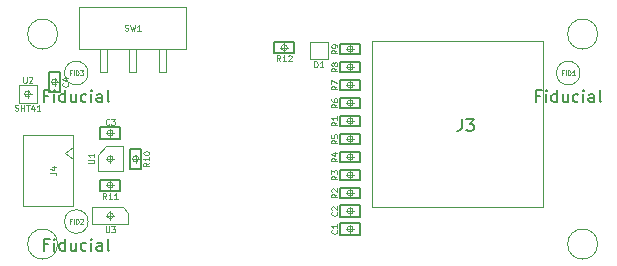
<source format=gbr>
%TF.GenerationSoftware,KiCad,Pcbnew,7.0.11*%
%TF.CreationDate,2024-03-28T16:15:39-04:00*%
%TF.ProjectId,weather-featherwing,77656174-6865-4722-9d66-656174686572,03*%
%TF.SameCoordinates,Original*%
%TF.FileFunction,AssemblyDrawing,Top*%
%FSLAX46Y46*%
G04 Gerber Fmt 4.6, Leading zero omitted, Abs format (unit mm)*
G04 Created by KiCad (PCBNEW 7.0.11) date 2024-03-28 16:15:39*
%MOMM*%
%LPD*%
G01*
G04 APERTURE LIST*
%ADD10C,0.050000*%
%ADD11C,0.150000*%
%ADD12C,0.060000*%
%ADD13C,0.100000*%
%ADD14C,0.120000*%
G04 APERTURE END LIST*
D10*
X141795209Y-108033333D02*
X141557114Y-108199999D01*
X141795209Y-108319047D02*
X141295209Y-108319047D01*
X141295209Y-108319047D02*
X141295209Y-108128571D01*
X141295209Y-108128571D02*
X141319019Y-108080952D01*
X141319019Y-108080952D02*
X141342828Y-108057142D01*
X141342828Y-108057142D02*
X141390447Y-108033333D01*
X141390447Y-108033333D02*
X141461876Y-108033333D01*
X141461876Y-108033333D02*
X141509495Y-108057142D01*
X141509495Y-108057142D02*
X141533304Y-108080952D01*
X141533304Y-108080952D02*
X141557114Y-108128571D01*
X141557114Y-108128571D02*
X141557114Y-108319047D01*
X141295209Y-107580952D02*
X141295209Y-107819047D01*
X141295209Y-107819047D02*
X141533304Y-107842856D01*
X141533304Y-107842856D02*
X141509495Y-107819047D01*
X141509495Y-107819047D02*
X141485685Y-107771428D01*
X141485685Y-107771428D02*
X141485685Y-107652380D01*
X141485685Y-107652380D02*
X141509495Y-107604761D01*
X141509495Y-107604761D02*
X141533304Y-107580952D01*
X141533304Y-107580952D02*
X141580923Y-107557142D01*
X141580923Y-107557142D02*
X141699971Y-107557142D01*
X141699971Y-107557142D02*
X141747590Y-107580952D01*
X141747590Y-107580952D02*
X141771400Y-107604761D01*
X141771400Y-107604761D02*
X141795209Y-107652380D01*
X141795209Y-107652380D02*
X141795209Y-107771428D01*
X141795209Y-107771428D02*
X141771400Y-107819047D01*
X141771400Y-107819047D02*
X141747590Y-107842856D01*
X114498572Y-105526400D02*
X114570000Y-105550209D01*
X114570000Y-105550209D02*
X114689048Y-105550209D01*
X114689048Y-105550209D02*
X114736667Y-105526400D01*
X114736667Y-105526400D02*
X114760476Y-105502590D01*
X114760476Y-105502590D02*
X114784286Y-105454971D01*
X114784286Y-105454971D02*
X114784286Y-105407352D01*
X114784286Y-105407352D02*
X114760476Y-105359733D01*
X114760476Y-105359733D02*
X114736667Y-105335923D01*
X114736667Y-105335923D02*
X114689048Y-105312114D01*
X114689048Y-105312114D02*
X114593810Y-105288304D01*
X114593810Y-105288304D02*
X114546191Y-105264495D01*
X114546191Y-105264495D02*
X114522381Y-105240685D01*
X114522381Y-105240685D02*
X114498572Y-105193066D01*
X114498572Y-105193066D02*
X114498572Y-105145447D01*
X114498572Y-105145447D02*
X114522381Y-105097828D01*
X114522381Y-105097828D02*
X114546191Y-105074019D01*
X114546191Y-105074019D02*
X114593810Y-105050209D01*
X114593810Y-105050209D02*
X114712857Y-105050209D01*
X114712857Y-105050209D02*
X114784286Y-105074019D01*
X114998571Y-105550209D02*
X114998571Y-105050209D01*
X114998571Y-105288304D02*
X115284285Y-105288304D01*
X115284285Y-105550209D02*
X115284285Y-105050209D01*
X115450953Y-105050209D02*
X115736667Y-105050209D01*
X115593810Y-105550209D02*
X115593810Y-105050209D01*
X116117619Y-105216876D02*
X116117619Y-105550209D01*
X115998571Y-105026400D02*
X115879524Y-105383542D01*
X115879524Y-105383542D02*
X116189047Y-105383542D01*
X116641428Y-105550209D02*
X116355714Y-105550209D01*
X116498571Y-105550209D02*
X116498571Y-105050209D01*
X116498571Y-105050209D02*
X116450952Y-105121638D01*
X116450952Y-105121638D02*
X116403333Y-105169257D01*
X116403333Y-105169257D02*
X116355714Y-105193066D01*
X115189047Y-102687209D02*
X115189047Y-103091971D01*
X115189047Y-103091971D02*
X115212857Y-103139590D01*
X115212857Y-103139590D02*
X115236666Y-103163400D01*
X115236666Y-103163400D02*
X115284285Y-103187209D01*
X115284285Y-103187209D02*
X115379523Y-103187209D01*
X115379523Y-103187209D02*
X115427142Y-103163400D01*
X115427142Y-103163400D02*
X115450952Y-103139590D01*
X115450952Y-103139590D02*
X115474761Y-103091971D01*
X115474761Y-103091971D02*
X115474761Y-102687209D01*
X115689048Y-102734828D02*
X115712857Y-102711019D01*
X115712857Y-102711019D02*
X115760476Y-102687209D01*
X115760476Y-102687209D02*
X115879524Y-102687209D01*
X115879524Y-102687209D02*
X115927143Y-102711019D01*
X115927143Y-102711019D02*
X115950952Y-102734828D01*
X115950952Y-102734828D02*
X115974762Y-102782447D01*
X115974762Y-102782447D02*
X115974762Y-102830066D01*
X115974762Y-102830066D02*
X115950952Y-102901495D01*
X115950952Y-102901495D02*
X115665238Y-103187209D01*
X115665238Y-103187209D02*
X115974762Y-103187209D01*
X122174047Y-115337209D02*
X122174047Y-115741971D01*
X122174047Y-115741971D02*
X122197857Y-115789590D01*
X122197857Y-115789590D02*
X122221666Y-115813400D01*
X122221666Y-115813400D02*
X122269285Y-115837209D01*
X122269285Y-115837209D02*
X122364523Y-115837209D01*
X122364523Y-115837209D02*
X122412142Y-115813400D01*
X122412142Y-115813400D02*
X122435952Y-115789590D01*
X122435952Y-115789590D02*
X122459761Y-115741971D01*
X122459761Y-115741971D02*
X122459761Y-115337209D01*
X122650238Y-115337209D02*
X122959762Y-115337209D01*
X122959762Y-115337209D02*
X122793095Y-115527685D01*
X122793095Y-115527685D02*
X122864524Y-115527685D01*
X122864524Y-115527685D02*
X122912143Y-115551495D01*
X122912143Y-115551495D02*
X122935952Y-115575304D01*
X122935952Y-115575304D02*
X122959762Y-115622923D01*
X122959762Y-115622923D02*
X122959762Y-115741971D01*
X122959762Y-115741971D02*
X122935952Y-115789590D01*
X122935952Y-115789590D02*
X122912143Y-115813400D01*
X122912143Y-115813400D02*
X122864524Y-115837209D01*
X122864524Y-115837209D02*
X122721667Y-115837209D01*
X122721667Y-115837209D02*
X122674048Y-115813400D01*
X122674048Y-115813400D02*
X122650238Y-115789590D01*
X139838952Y-101867209D02*
X139838952Y-101367209D01*
X139838952Y-101367209D02*
X139958000Y-101367209D01*
X139958000Y-101367209D02*
X140029428Y-101391019D01*
X140029428Y-101391019D02*
X140077047Y-101438638D01*
X140077047Y-101438638D02*
X140100857Y-101486257D01*
X140100857Y-101486257D02*
X140124666Y-101581495D01*
X140124666Y-101581495D02*
X140124666Y-101652923D01*
X140124666Y-101652923D02*
X140100857Y-101748161D01*
X140100857Y-101748161D02*
X140077047Y-101795780D01*
X140077047Y-101795780D02*
X140029428Y-101843400D01*
X140029428Y-101843400D02*
X139958000Y-101867209D01*
X139958000Y-101867209D02*
X139838952Y-101867209D01*
X140600857Y-101867209D02*
X140315143Y-101867209D01*
X140458000Y-101867209D02*
X140458000Y-101367209D01*
X140458000Y-101367209D02*
X140410381Y-101438638D01*
X140410381Y-101438638D02*
X140362762Y-101486257D01*
X140362762Y-101486257D02*
X140315143Y-101510066D01*
D11*
X152320666Y-106261819D02*
X152320666Y-106976104D01*
X152320666Y-106976104D02*
X152273047Y-107118961D01*
X152273047Y-107118961D02*
X152177809Y-107214200D01*
X152177809Y-107214200D02*
X152034952Y-107261819D01*
X152034952Y-107261819D02*
X151939714Y-107261819D01*
X152701619Y-106261819D02*
X153320666Y-106261819D01*
X153320666Y-106261819D02*
X152987333Y-106642771D01*
X152987333Y-106642771D02*
X153130190Y-106642771D01*
X153130190Y-106642771D02*
X153225428Y-106690390D01*
X153225428Y-106690390D02*
X153273047Y-106738009D01*
X153273047Y-106738009D02*
X153320666Y-106833247D01*
X153320666Y-106833247D02*
X153320666Y-107071342D01*
X153320666Y-107071342D02*
X153273047Y-107166580D01*
X153273047Y-107166580D02*
X153225428Y-107214200D01*
X153225428Y-107214200D02*
X153130190Y-107261819D01*
X153130190Y-107261819D02*
X152844476Y-107261819D01*
X152844476Y-107261819D02*
X152749238Y-107214200D01*
X152749238Y-107214200D02*
X152701619Y-107166580D01*
D10*
X125870209Y-109947828D02*
X125632114Y-110114494D01*
X125870209Y-110233542D02*
X125370209Y-110233542D01*
X125370209Y-110233542D02*
X125370209Y-110043066D01*
X125370209Y-110043066D02*
X125394019Y-109995447D01*
X125394019Y-109995447D02*
X125417828Y-109971637D01*
X125417828Y-109971637D02*
X125465447Y-109947828D01*
X125465447Y-109947828D02*
X125536876Y-109947828D01*
X125536876Y-109947828D02*
X125584495Y-109971637D01*
X125584495Y-109971637D02*
X125608304Y-109995447D01*
X125608304Y-109995447D02*
X125632114Y-110043066D01*
X125632114Y-110043066D02*
X125632114Y-110233542D01*
X125870209Y-109471637D02*
X125870209Y-109757351D01*
X125870209Y-109614494D02*
X125370209Y-109614494D01*
X125370209Y-109614494D02*
X125441638Y-109662113D01*
X125441638Y-109662113D02*
X125489257Y-109709732D01*
X125489257Y-109709732D02*
X125513066Y-109757351D01*
X125370209Y-109162114D02*
X125370209Y-109114495D01*
X125370209Y-109114495D02*
X125394019Y-109066876D01*
X125394019Y-109066876D02*
X125417828Y-109043066D01*
X125417828Y-109043066D02*
X125465447Y-109019257D01*
X125465447Y-109019257D02*
X125560685Y-108995447D01*
X125560685Y-108995447D02*
X125679733Y-108995447D01*
X125679733Y-108995447D02*
X125774971Y-109019257D01*
X125774971Y-109019257D02*
X125822590Y-109043066D01*
X125822590Y-109043066D02*
X125846400Y-109066876D01*
X125846400Y-109066876D02*
X125870209Y-109114495D01*
X125870209Y-109114495D02*
X125870209Y-109162114D01*
X125870209Y-109162114D02*
X125846400Y-109209733D01*
X125846400Y-109209733D02*
X125822590Y-109233542D01*
X125822590Y-109233542D02*
X125774971Y-109257352D01*
X125774971Y-109257352D02*
X125679733Y-109281161D01*
X125679733Y-109281161D02*
X125560685Y-109281161D01*
X125560685Y-109281161D02*
X125465447Y-109257352D01*
X125465447Y-109257352D02*
X125417828Y-109233542D01*
X125417828Y-109233542D02*
X125394019Y-109209733D01*
X125394019Y-109209733D02*
X125370209Y-109162114D01*
X122233571Y-113043209D02*
X122066905Y-112805114D01*
X121947857Y-113043209D02*
X121947857Y-112543209D01*
X121947857Y-112543209D02*
X122138333Y-112543209D01*
X122138333Y-112543209D02*
X122185952Y-112567019D01*
X122185952Y-112567019D02*
X122209762Y-112590828D01*
X122209762Y-112590828D02*
X122233571Y-112638447D01*
X122233571Y-112638447D02*
X122233571Y-112709876D01*
X122233571Y-112709876D02*
X122209762Y-112757495D01*
X122209762Y-112757495D02*
X122185952Y-112781304D01*
X122185952Y-112781304D02*
X122138333Y-112805114D01*
X122138333Y-112805114D02*
X121947857Y-112805114D01*
X122709762Y-113043209D02*
X122424048Y-113043209D01*
X122566905Y-113043209D02*
X122566905Y-112543209D01*
X122566905Y-112543209D02*
X122519286Y-112614638D01*
X122519286Y-112614638D02*
X122471667Y-112662257D01*
X122471667Y-112662257D02*
X122424048Y-112686066D01*
X123185952Y-113043209D02*
X122900238Y-113043209D01*
X123043095Y-113043209D02*
X123043095Y-112543209D01*
X123043095Y-112543209D02*
X122995476Y-112614638D01*
X122995476Y-112614638D02*
X122947857Y-112662257D01*
X122947857Y-112662257D02*
X122900238Y-112686066D01*
X141795209Y-109557333D02*
X141557114Y-109723999D01*
X141795209Y-109843047D02*
X141295209Y-109843047D01*
X141295209Y-109843047D02*
X141295209Y-109652571D01*
X141295209Y-109652571D02*
X141319019Y-109604952D01*
X141319019Y-109604952D02*
X141342828Y-109581142D01*
X141342828Y-109581142D02*
X141390447Y-109557333D01*
X141390447Y-109557333D02*
X141461876Y-109557333D01*
X141461876Y-109557333D02*
X141509495Y-109581142D01*
X141509495Y-109581142D02*
X141533304Y-109604952D01*
X141533304Y-109604952D02*
X141557114Y-109652571D01*
X141557114Y-109652571D02*
X141557114Y-109843047D01*
X141461876Y-109128761D02*
X141795209Y-109128761D01*
X141271400Y-109247809D02*
X141628542Y-109366856D01*
X141628542Y-109366856D02*
X141628542Y-109057333D01*
X141747590Y-115653333D02*
X141771400Y-115677142D01*
X141771400Y-115677142D02*
X141795209Y-115748571D01*
X141795209Y-115748571D02*
X141795209Y-115796190D01*
X141795209Y-115796190D02*
X141771400Y-115867618D01*
X141771400Y-115867618D02*
X141723780Y-115915237D01*
X141723780Y-115915237D02*
X141676161Y-115939047D01*
X141676161Y-115939047D02*
X141580923Y-115962856D01*
X141580923Y-115962856D02*
X141509495Y-115962856D01*
X141509495Y-115962856D02*
X141414257Y-115939047D01*
X141414257Y-115939047D02*
X141366638Y-115915237D01*
X141366638Y-115915237D02*
X141319019Y-115867618D01*
X141319019Y-115867618D02*
X141295209Y-115796190D01*
X141295209Y-115796190D02*
X141295209Y-115748571D01*
X141295209Y-115748571D02*
X141319019Y-115677142D01*
X141319019Y-115677142D02*
X141342828Y-115653333D01*
X141795209Y-115177142D02*
X141795209Y-115462856D01*
X141795209Y-115319999D02*
X141295209Y-115319999D01*
X141295209Y-115319999D02*
X141366638Y-115367618D01*
X141366638Y-115367618D02*
X141414257Y-115415237D01*
X141414257Y-115415237D02*
X141438066Y-115462856D01*
X141795209Y-112605333D02*
X141557114Y-112771999D01*
X141795209Y-112891047D02*
X141295209Y-112891047D01*
X141295209Y-112891047D02*
X141295209Y-112700571D01*
X141295209Y-112700571D02*
X141319019Y-112652952D01*
X141319019Y-112652952D02*
X141342828Y-112629142D01*
X141342828Y-112629142D02*
X141390447Y-112605333D01*
X141390447Y-112605333D02*
X141461876Y-112605333D01*
X141461876Y-112605333D02*
X141509495Y-112629142D01*
X141509495Y-112629142D02*
X141533304Y-112652952D01*
X141533304Y-112652952D02*
X141557114Y-112700571D01*
X141557114Y-112700571D02*
X141557114Y-112891047D01*
X141342828Y-112414856D02*
X141319019Y-112391047D01*
X141319019Y-112391047D02*
X141295209Y-112343428D01*
X141295209Y-112343428D02*
X141295209Y-112224380D01*
X141295209Y-112224380D02*
X141319019Y-112176761D01*
X141319019Y-112176761D02*
X141342828Y-112152952D01*
X141342828Y-112152952D02*
X141390447Y-112129142D01*
X141390447Y-112129142D02*
X141438066Y-112129142D01*
X141438066Y-112129142D02*
X141509495Y-112152952D01*
X141509495Y-112152952D02*
X141795209Y-112438666D01*
X141795209Y-112438666D02*
X141795209Y-112129142D01*
X120721209Y-109981952D02*
X121125971Y-109981952D01*
X121125971Y-109981952D02*
X121173590Y-109958142D01*
X121173590Y-109958142D02*
X121197400Y-109934333D01*
X121197400Y-109934333D02*
X121221209Y-109886714D01*
X121221209Y-109886714D02*
X121221209Y-109791476D01*
X121221209Y-109791476D02*
X121197400Y-109743857D01*
X121197400Y-109743857D02*
X121173590Y-109720047D01*
X121173590Y-109720047D02*
X121125971Y-109696238D01*
X121125971Y-109696238D02*
X120721209Y-109696238D01*
X121221209Y-109196237D02*
X121221209Y-109481951D01*
X121221209Y-109339094D02*
X120721209Y-109339094D01*
X120721209Y-109339094D02*
X120792638Y-109386713D01*
X120792638Y-109386713D02*
X120840257Y-109434332D01*
X120840257Y-109434332D02*
X120864066Y-109481951D01*
X117459109Y-110782266D02*
X117816252Y-110782266D01*
X117816252Y-110782266D02*
X117887680Y-110806075D01*
X117887680Y-110806075D02*
X117935300Y-110853694D01*
X117935300Y-110853694D02*
X117959109Y-110925123D01*
X117959109Y-110925123D02*
X117959109Y-110972742D01*
X117625776Y-110329885D02*
X117959109Y-110329885D01*
X117435300Y-110448933D02*
X117792442Y-110567980D01*
X117792442Y-110567980D02*
X117792442Y-110258457D01*
X141795209Y-101937333D02*
X141557114Y-102103999D01*
X141795209Y-102223047D02*
X141295209Y-102223047D01*
X141295209Y-102223047D02*
X141295209Y-102032571D01*
X141295209Y-102032571D02*
X141319019Y-101984952D01*
X141319019Y-101984952D02*
X141342828Y-101961142D01*
X141342828Y-101961142D02*
X141390447Y-101937333D01*
X141390447Y-101937333D02*
X141461876Y-101937333D01*
X141461876Y-101937333D02*
X141509495Y-101961142D01*
X141509495Y-101961142D02*
X141533304Y-101984952D01*
X141533304Y-101984952D02*
X141557114Y-102032571D01*
X141557114Y-102032571D02*
X141557114Y-102223047D01*
X141509495Y-101651618D02*
X141485685Y-101699237D01*
X141485685Y-101699237D02*
X141461876Y-101723047D01*
X141461876Y-101723047D02*
X141414257Y-101746856D01*
X141414257Y-101746856D02*
X141390447Y-101746856D01*
X141390447Y-101746856D02*
X141342828Y-101723047D01*
X141342828Y-101723047D02*
X141319019Y-101699237D01*
X141319019Y-101699237D02*
X141295209Y-101651618D01*
X141295209Y-101651618D02*
X141295209Y-101556380D01*
X141295209Y-101556380D02*
X141319019Y-101508761D01*
X141319019Y-101508761D02*
X141342828Y-101484952D01*
X141342828Y-101484952D02*
X141390447Y-101461142D01*
X141390447Y-101461142D02*
X141414257Y-101461142D01*
X141414257Y-101461142D02*
X141461876Y-101484952D01*
X141461876Y-101484952D02*
X141485685Y-101508761D01*
X141485685Y-101508761D02*
X141509495Y-101556380D01*
X141509495Y-101556380D02*
X141509495Y-101651618D01*
X141509495Y-101651618D02*
X141533304Y-101699237D01*
X141533304Y-101699237D02*
X141557114Y-101723047D01*
X141557114Y-101723047D02*
X141604733Y-101746856D01*
X141604733Y-101746856D02*
X141699971Y-101746856D01*
X141699971Y-101746856D02*
X141747590Y-101723047D01*
X141747590Y-101723047D02*
X141771400Y-101699237D01*
X141771400Y-101699237D02*
X141795209Y-101651618D01*
X141795209Y-101651618D02*
X141795209Y-101556380D01*
X141795209Y-101556380D02*
X141771400Y-101508761D01*
X141771400Y-101508761D02*
X141747590Y-101484952D01*
X141747590Y-101484952D02*
X141699971Y-101461142D01*
X141699971Y-101461142D02*
X141604733Y-101461142D01*
X141604733Y-101461142D02*
X141557114Y-101484952D01*
X141557114Y-101484952D02*
X141533304Y-101508761D01*
X141533304Y-101508761D02*
X141509495Y-101556380D01*
D11*
X158959847Y-104293009D02*
X158626514Y-104293009D01*
X158626514Y-104816819D02*
X158626514Y-103816819D01*
X158626514Y-103816819D02*
X159102704Y-103816819D01*
X159483657Y-104816819D02*
X159483657Y-104150152D01*
X159483657Y-103816819D02*
X159436038Y-103864438D01*
X159436038Y-103864438D02*
X159483657Y-103912057D01*
X159483657Y-103912057D02*
X159531276Y-103864438D01*
X159531276Y-103864438D02*
X159483657Y-103816819D01*
X159483657Y-103816819D02*
X159483657Y-103912057D01*
X160388418Y-104816819D02*
X160388418Y-103816819D01*
X160388418Y-104769200D02*
X160293180Y-104816819D01*
X160293180Y-104816819D02*
X160102704Y-104816819D01*
X160102704Y-104816819D02*
X160007466Y-104769200D01*
X160007466Y-104769200D02*
X159959847Y-104721580D01*
X159959847Y-104721580D02*
X159912228Y-104626342D01*
X159912228Y-104626342D02*
X159912228Y-104340628D01*
X159912228Y-104340628D02*
X159959847Y-104245390D01*
X159959847Y-104245390D02*
X160007466Y-104197771D01*
X160007466Y-104197771D02*
X160102704Y-104150152D01*
X160102704Y-104150152D02*
X160293180Y-104150152D01*
X160293180Y-104150152D02*
X160388418Y-104197771D01*
X161293180Y-104150152D02*
X161293180Y-104816819D01*
X160864609Y-104150152D02*
X160864609Y-104673961D01*
X160864609Y-104673961D02*
X160912228Y-104769200D01*
X160912228Y-104769200D02*
X161007466Y-104816819D01*
X161007466Y-104816819D02*
X161150323Y-104816819D01*
X161150323Y-104816819D02*
X161245561Y-104769200D01*
X161245561Y-104769200D02*
X161293180Y-104721580D01*
X162197942Y-104769200D02*
X162102704Y-104816819D01*
X162102704Y-104816819D02*
X161912228Y-104816819D01*
X161912228Y-104816819D02*
X161816990Y-104769200D01*
X161816990Y-104769200D02*
X161769371Y-104721580D01*
X161769371Y-104721580D02*
X161721752Y-104626342D01*
X161721752Y-104626342D02*
X161721752Y-104340628D01*
X161721752Y-104340628D02*
X161769371Y-104245390D01*
X161769371Y-104245390D02*
X161816990Y-104197771D01*
X161816990Y-104197771D02*
X161912228Y-104150152D01*
X161912228Y-104150152D02*
X162102704Y-104150152D01*
X162102704Y-104150152D02*
X162197942Y-104197771D01*
X162626514Y-104816819D02*
X162626514Y-104150152D01*
X162626514Y-103816819D02*
X162578895Y-103864438D01*
X162578895Y-103864438D02*
X162626514Y-103912057D01*
X162626514Y-103912057D02*
X162674133Y-103864438D01*
X162674133Y-103864438D02*
X162626514Y-103816819D01*
X162626514Y-103816819D02*
X162626514Y-103912057D01*
X163531275Y-104816819D02*
X163531275Y-104293009D01*
X163531275Y-104293009D02*
X163483656Y-104197771D01*
X163483656Y-104197771D02*
X163388418Y-104150152D01*
X163388418Y-104150152D02*
X163197942Y-104150152D01*
X163197942Y-104150152D02*
X163102704Y-104197771D01*
X163531275Y-104769200D02*
X163436037Y-104816819D01*
X163436037Y-104816819D02*
X163197942Y-104816819D01*
X163197942Y-104816819D02*
X163102704Y-104769200D01*
X163102704Y-104769200D02*
X163055085Y-104673961D01*
X163055085Y-104673961D02*
X163055085Y-104578723D01*
X163055085Y-104578723D02*
X163102704Y-104483485D01*
X163102704Y-104483485D02*
X163197942Y-104435866D01*
X163197942Y-104435866D02*
X163436037Y-104435866D01*
X163436037Y-104435866D02*
X163531275Y-104388247D01*
X164150323Y-104816819D02*
X164055085Y-104769200D01*
X164055085Y-104769200D02*
X164007466Y-104673961D01*
X164007466Y-104673961D02*
X164007466Y-103816819D01*
D12*
X160912229Y-102334403D02*
X160778896Y-102334403D01*
X160778896Y-102543927D02*
X160778896Y-102143927D01*
X160778896Y-102143927D02*
X160969372Y-102143927D01*
X161121753Y-102543927D02*
X161121753Y-102143927D01*
X161312229Y-102543927D02*
X161312229Y-102143927D01*
X161312229Y-102143927D02*
X161407467Y-102143927D01*
X161407467Y-102143927D02*
X161464610Y-102162975D01*
X161464610Y-102162975D02*
X161502705Y-102201070D01*
X161502705Y-102201070D02*
X161521752Y-102239165D01*
X161521752Y-102239165D02*
X161540800Y-102315356D01*
X161540800Y-102315356D02*
X161540800Y-102372499D01*
X161540800Y-102372499D02*
X161521752Y-102448689D01*
X161521752Y-102448689D02*
X161502705Y-102486784D01*
X161502705Y-102486784D02*
X161464610Y-102524880D01*
X161464610Y-102524880D02*
X161407467Y-102543927D01*
X161407467Y-102543927D02*
X161312229Y-102543927D01*
X161921752Y-102543927D02*
X161693181Y-102543927D01*
X161807467Y-102543927D02*
X161807467Y-102143927D01*
X161807467Y-102143927D02*
X161769371Y-102201070D01*
X161769371Y-102201070D02*
X161731276Y-102239165D01*
X161731276Y-102239165D02*
X161693181Y-102258213D01*
D10*
X136965571Y-101359209D02*
X136798905Y-101121114D01*
X136679857Y-101359209D02*
X136679857Y-100859209D01*
X136679857Y-100859209D02*
X136870333Y-100859209D01*
X136870333Y-100859209D02*
X136917952Y-100883019D01*
X136917952Y-100883019D02*
X136941762Y-100906828D01*
X136941762Y-100906828D02*
X136965571Y-100954447D01*
X136965571Y-100954447D02*
X136965571Y-101025876D01*
X136965571Y-101025876D02*
X136941762Y-101073495D01*
X136941762Y-101073495D02*
X136917952Y-101097304D01*
X136917952Y-101097304D02*
X136870333Y-101121114D01*
X136870333Y-101121114D02*
X136679857Y-101121114D01*
X137441762Y-101359209D02*
X137156048Y-101359209D01*
X137298905Y-101359209D02*
X137298905Y-100859209D01*
X137298905Y-100859209D02*
X137251286Y-100930638D01*
X137251286Y-100930638D02*
X137203667Y-100978257D01*
X137203667Y-100978257D02*
X137156048Y-101002066D01*
X137632238Y-100906828D02*
X137656047Y-100883019D01*
X137656047Y-100883019D02*
X137703666Y-100859209D01*
X137703666Y-100859209D02*
X137822714Y-100859209D01*
X137822714Y-100859209D02*
X137870333Y-100883019D01*
X137870333Y-100883019D02*
X137894142Y-100906828D01*
X137894142Y-100906828D02*
X137917952Y-100954447D01*
X137917952Y-100954447D02*
X137917952Y-101002066D01*
X137917952Y-101002066D02*
X137894142Y-101073495D01*
X137894142Y-101073495D02*
X137608428Y-101359209D01*
X137608428Y-101359209D02*
X137917952Y-101359209D01*
X141747590Y-114129333D02*
X141771400Y-114153142D01*
X141771400Y-114153142D02*
X141795209Y-114224571D01*
X141795209Y-114224571D02*
X141795209Y-114272190D01*
X141795209Y-114272190D02*
X141771400Y-114343618D01*
X141771400Y-114343618D02*
X141723780Y-114391237D01*
X141723780Y-114391237D02*
X141676161Y-114415047D01*
X141676161Y-114415047D02*
X141580923Y-114438856D01*
X141580923Y-114438856D02*
X141509495Y-114438856D01*
X141509495Y-114438856D02*
X141414257Y-114415047D01*
X141414257Y-114415047D02*
X141366638Y-114391237D01*
X141366638Y-114391237D02*
X141319019Y-114343618D01*
X141319019Y-114343618D02*
X141295209Y-114272190D01*
X141295209Y-114272190D02*
X141295209Y-114224571D01*
X141295209Y-114224571D02*
X141319019Y-114153142D01*
X141319019Y-114153142D02*
X141342828Y-114129333D01*
X141342828Y-113938856D02*
X141319019Y-113915047D01*
X141319019Y-113915047D02*
X141295209Y-113867428D01*
X141295209Y-113867428D02*
X141295209Y-113748380D01*
X141295209Y-113748380D02*
X141319019Y-113700761D01*
X141319019Y-113700761D02*
X141342828Y-113676952D01*
X141342828Y-113676952D02*
X141390447Y-113653142D01*
X141390447Y-113653142D02*
X141438066Y-113653142D01*
X141438066Y-113653142D02*
X141509495Y-113676952D01*
X141509495Y-113676952D02*
X141795209Y-113962666D01*
X141795209Y-113962666D02*
X141795209Y-113653142D01*
X141795209Y-106509333D02*
X141557114Y-106675999D01*
X141795209Y-106795047D02*
X141295209Y-106795047D01*
X141295209Y-106795047D02*
X141295209Y-106604571D01*
X141295209Y-106604571D02*
X141319019Y-106556952D01*
X141319019Y-106556952D02*
X141342828Y-106533142D01*
X141342828Y-106533142D02*
X141390447Y-106509333D01*
X141390447Y-106509333D02*
X141461876Y-106509333D01*
X141461876Y-106509333D02*
X141509495Y-106533142D01*
X141509495Y-106533142D02*
X141533304Y-106556952D01*
X141533304Y-106556952D02*
X141557114Y-106604571D01*
X141557114Y-106604571D02*
X141557114Y-106795047D01*
X141795209Y-106033142D02*
X141795209Y-106318856D01*
X141795209Y-106175999D02*
X141295209Y-106175999D01*
X141295209Y-106175999D02*
X141366638Y-106223618D01*
X141366638Y-106223618D02*
X141414257Y-106271237D01*
X141414257Y-106271237D02*
X141438066Y-106318856D01*
D11*
X117303847Y-104293009D02*
X116970514Y-104293009D01*
X116970514Y-104816819D02*
X116970514Y-103816819D01*
X116970514Y-103816819D02*
X117446704Y-103816819D01*
X117827657Y-104816819D02*
X117827657Y-104150152D01*
X117827657Y-103816819D02*
X117780038Y-103864438D01*
X117780038Y-103864438D02*
X117827657Y-103912057D01*
X117827657Y-103912057D02*
X117875276Y-103864438D01*
X117875276Y-103864438D02*
X117827657Y-103816819D01*
X117827657Y-103816819D02*
X117827657Y-103912057D01*
X118732418Y-104816819D02*
X118732418Y-103816819D01*
X118732418Y-104769200D02*
X118637180Y-104816819D01*
X118637180Y-104816819D02*
X118446704Y-104816819D01*
X118446704Y-104816819D02*
X118351466Y-104769200D01*
X118351466Y-104769200D02*
X118303847Y-104721580D01*
X118303847Y-104721580D02*
X118256228Y-104626342D01*
X118256228Y-104626342D02*
X118256228Y-104340628D01*
X118256228Y-104340628D02*
X118303847Y-104245390D01*
X118303847Y-104245390D02*
X118351466Y-104197771D01*
X118351466Y-104197771D02*
X118446704Y-104150152D01*
X118446704Y-104150152D02*
X118637180Y-104150152D01*
X118637180Y-104150152D02*
X118732418Y-104197771D01*
X119637180Y-104150152D02*
X119637180Y-104816819D01*
X119208609Y-104150152D02*
X119208609Y-104673961D01*
X119208609Y-104673961D02*
X119256228Y-104769200D01*
X119256228Y-104769200D02*
X119351466Y-104816819D01*
X119351466Y-104816819D02*
X119494323Y-104816819D01*
X119494323Y-104816819D02*
X119589561Y-104769200D01*
X119589561Y-104769200D02*
X119637180Y-104721580D01*
X120541942Y-104769200D02*
X120446704Y-104816819D01*
X120446704Y-104816819D02*
X120256228Y-104816819D01*
X120256228Y-104816819D02*
X120160990Y-104769200D01*
X120160990Y-104769200D02*
X120113371Y-104721580D01*
X120113371Y-104721580D02*
X120065752Y-104626342D01*
X120065752Y-104626342D02*
X120065752Y-104340628D01*
X120065752Y-104340628D02*
X120113371Y-104245390D01*
X120113371Y-104245390D02*
X120160990Y-104197771D01*
X120160990Y-104197771D02*
X120256228Y-104150152D01*
X120256228Y-104150152D02*
X120446704Y-104150152D01*
X120446704Y-104150152D02*
X120541942Y-104197771D01*
X120970514Y-104816819D02*
X120970514Y-104150152D01*
X120970514Y-103816819D02*
X120922895Y-103864438D01*
X120922895Y-103864438D02*
X120970514Y-103912057D01*
X120970514Y-103912057D02*
X121018133Y-103864438D01*
X121018133Y-103864438D02*
X120970514Y-103816819D01*
X120970514Y-103816819D02*
X120970514Y-103912057D01*
X121875275Y-104816819D02*
X121875275Y-104293009D01*
X121875275Y-104293009D02*
X121827656Y-104197771D01*
X121827656Y-104197771D02*
X121732418Y-104150152D01*
X121732418Y-104150152D02*
X121541942Y-104150152D01*
X121541942Y-104150152D02*
X121446704Y-104197771D01*
X121875275Y-104769200D02*
X121780037Y-104816819D01*
X121780037Y-104816819D02*
X121541942Y-104816819D01*
X121541942Y-104816819D02*
X121446704Y-104769200D01*
X121446704Y-104769200D02*
X121399085Y-104673961D01*
X121399085Y-104673961D02*
X121399085Y-104578723D01*
X121399085Y-104578723D02*
X121446704Y-104483485D01*
X121446704Y-104483485D02*
X121541942Y-104435866D01*
X121541942Y-104435866D02*
X121780037Y-104435866D01*
X121780037Y-104435866D02*
X121875275Y-104388247D01*
X122494323Y-104816819D02*
X122399085Y-104769200D01*
X122399085Y-104769200D02*
X122351466Y-104673961D01*
X122351466Y-104673961D02*
X122351466Y-103816819D01*
D12*
X119256229Y-102334403D02*
X119122896Y-102334403D01*
X119122896Y-102543927D02*
X119122896Y-102143927D01*
X119122896Y-102143927D02*
X119313372Y-102143927D01*
X119465753Y-102543927D02*
X119465753Y-102143927D01*
X119656229Y-102543927D02*
X119656229Y-102143927D01*
X119656229Y-102143927D02*
X119751467Y-102143927D01*
X119751467Y-102143927D02*
X119808610Y-102162975D01*
X119808610Y-102162975D02*
X119846705Y-102201070D01*
X119846705Y-102201070D02*
X119865752Y-102239165D01*
X119865752Y-102239165D02*
X119884800Y-102315356D01*
X119884800Y-102315356D02*
X119884800Y-102372499D01*
X119884800Y-102372499D02*
X119865752Y-102448689D01*
X119865752Y-102448689D02*
X119846705Y-102486784D01*
X119846705Y-102486784D02*
X119808610Y-102524880D01*
X119808610Y-102524880D02*
X119751467Y-102543927D01*
X119751467Y-102543927D02*
X119656229Y-102543927D01*
X120018133Y-102143927D02*
X120265752Y-102143927D01*
X120265752Y-102143927D02*
X120132419Y-102296308D01*
X120132419Y-102296308D02*
X120189562Y-102296308D01*
X120189562Y-102296308D02*
X120227657Y-102315356D01*
X120227657Y-102315356D02*
X120246705Y-102334403D01*
X120246705Y-102334403D02*
X120265752Y-102372499D01*
X120265752Y-102372499D02*
X120265752Y-102467737D01*
X120265752Y-102467737D02*
X120246705Y-102505832D01*
X120246705Y-102505832D02*
X120227657Y-102524880D01*
X120227657Y-102524880D02*
X120189562Y-102543927D01*
X120189562Y-102543927D02*
X120075276Y-102543927D01*
X120075276Y-102543927D02*
X120037181Y-102524880D01*
X120037181Y-102524880D02*
X120018133Y-102505832D01*
D11*
X117303847Y-116866009D02*
X116970514Y-116866009D01*
X116970514Y-117389819D02*
X116970514Y-116389819D01*
X116970514Y-116389819D02*
X117446704Y-116389819D01*
X117827657Y-117389819D02*
X117827657Y-116723152D01*
X117827657Y-116389819D02*
X117780038Y-116437438D01*
X117780038Y-116437438D02*
X117827657Y-116485057D01*
X117827657Y-116485057D02*
X117875276Y-116437438D01*
X117875276Y-116437438D02*
X117827657Y-116389819D01*
X117827657Y-116389819D02*
X117827657Y-116485057D01*
X118732418Y-117389819D02*
X118732418Y-116389819D01*
X118732418Y-117342200D02*
X118637180Y-117389819D01*
X118637180Y-117389819D02*
X118446704Y-117389819D01*
X118446704Y-117389819D02*
X118351466Y-117342200D01*
X118351466Y-117342200D02*
X118303847Y-117294580D01*
X118303847Y-117294580D02*
X118256228Y-117199342D01*
X118256228Y-117199342D02*
X118256228Y-116913628D01*
X118256228Y-116913628D02*
X118303847Y-116818390D01*
X118303847Y-116818390D02*
X118351466Y-116770771D01*
X118351466Y-116770771D02*
X118446704Y-116723152D01*
X118446704Y-116723152D02*
X118637180Y-116723152D01*
X118637180Y-116723152D02*
X118732418Y-116770771D01*
X119637180Y-116723152D02*
X119637180Y-117389819D01*
X119208609Y-116723152D02*
X119208609Y-117246961D01*
X119208609Y-117246961D02*
X119256228Y-117342200D01*
X119256228Y-117342200D02*
X119351466Y-117389819D01*
X119351466Y-117389819D02*
X119494323Y-117389819D01*
X119494323Y-117389819D02*
X119589561Y-117342200D01*
X119589561Y-117342200D02*
X119637180Y-117294580D01*
X120541942Y-117342200D02*
X120446704Y-117389819D01*
X120446704Y-117389819D02*
X120256228Y-117389819D01*
X120256228Y-117389819D02*
X120160990Y-117342200D01*
X120160990Y-117342200D02*
X120113371Y-117294580D01*
X120113371Y-117294580D02*
X120065752Y-117199342D01*
X120065752Y-117199342D02*
X120065752Y-116913628D01*
X120065752Y-116913628D02*
X120113371Y-116818390D01*
X120113371Y-116818390D02*
X120160990Y-116770771D01*
X120160990Y-116770771D02*
X120256228Y-116723152D01*
X120256228Y-116723152D02*
X120446704Y-116723152D01*
X120446704Y-116723152D02*
X120541942Y-116770771D01*
X120970514Y-117389819D02*
X120970514Y-116723152D01*
X120970514Y-116389819D02*
X120922895Y-116437438D01*
X120922895Y-116437438D02*
X120970514Y-116485057D01*
X120970514Y-116485057D02*
X121018133Y-116437438D01*
X121018133Y-116437438D02*
X120970514Y-116389819D01*
X120970514Y-116389819D02*
X120970514Y-116485057D01*
X121875275Y-117389819D02*
X121875275Y-116866009D01*
X121875275Y-116866009D02*
X121827656Y-116770771D01*
X121827656Y-116770771D02*
X121732418Y-116723152D01*
X121732418Y-116723152D02*
X121541942Y-116723152D01*
X121541942Y-116723152D02*
X121446704Y-116770771D01*
X121875275Y-117342200D02*
X121780037Y-117389819D01*
X121780037Y-117389819D02*
X121541942Y-117389819D01*
X121541942Y-117389819D02*
X121446704Y-117342200D01*
X121446704Y-117342200D02*
X121399085Y-117246961D01*
X121399085Y-117246961D02*
X121399085Y-117151723D01*
X121399085Y-117151723D02*
X121446704Y-117056485D01*
X121446704Y-117056485D02*
X121541942Y-117008866D01*
X121541942Y-117008866D02*
X121780037Y-117008866D01*
X121780037Y-117008866D02*
X121875275Y-116961247D01*
X122494323Y-117389819D02*
X122399085Y-117342200D01*
X122399085Y-117342200D02*
X122351466Y-117246961D01*
X122351466Y-117246961D02*
X122351466Y-116389819D01*
D12*
X119256229Y-114907403D02*
X119122896Y-114907403D01*
X119122896Y-115116927D02*
X119122896Y-114716927D01*
X119122896Y-114716927D02*
X119313372Y-114716927D01*
X119465753Y-115116927D02*
X119465753Y-114716927D01*
X119656229Y-115116927D02*
X119656229Y-114716927D01*
X119656229Y-114716927D02*
X119751467Y-114716927D01*
X119751467Y-114716927D02*
X119808610Y-114735975D01*
X119808610Y-114735975D02*
X119846705Y-114774070D01*
X119846705Y-114774070D02*
X119865752Y-114812165D01*
X119865752Y-114812165D02*
X119884800Y-114888356D01*
X119884800Y-114888356D02*
X119884800Y-114945499D01*
X119884800Y-114945499D02*
X119865752Y-115021689D01*
X119865752Y-115021689D02*
X119846705Y-115059784D01*
X119846705Y-115059784D02*
X119808610Y-115097880D01*
X119808610Y-115097880D02*
X119751467Y-115116927D01*
X119751467Y-115116927D02*
X119656229Y-115116927D01*
X120037181Y-114755022D02*
X120056229Y-114735975D01*
X120056229Y-114735975D02*
X120094324Y-114716927D01*
X120094324Y-114716927D02*
X120189562Y-114716927D01*
X120189562Y-114716927D02*
X120227657Y-114735975D01*
X120227657Y-114735975D02*
X120246705Y-114755022D01*
X120246705Y-114755022D02*
X120265752Y-114793118D01*
X120265752Y-114793118D02*
X120265752Y-114831213D01*
X120265752Y-114831213D02*
X120246705Y-114888356D01*
X120246705Y-114888356D02*
X120018133Y-115116927D01*
X120018133Y-115116927D02*
X120265752Y-115116927D01*
D10*
X123793334Y-98756900D02*
X123864762Y-98780709D01*
X123864762Y-98780709D02*
X123983810Y-98780709D01*
X123983810Y-98780709D02*
X124031429Y-98756900D01*
X124031429Y-98756900D02*
X124055238Y-98733090D01*
X124055238Y-98733090D02*
X124079048Y-98685471D01*
X124079048Y-98685471D02*
X124079048Y-98637852D01*
X124079048Y-98637852D02*
X124055238Y-98590233D01*
X124055238Y-98590233D02*
X124031429Y-98566423D01*
X124031429Y-98566423D02*
X123983810Y-98542614D01*
X123983810Y-98542614D02*
X123888572Y-98518804D01*
X123888572Y-98518804D02*
X123840953Y-98494995D01*
X123840953Y-98494995D02*
X123817143Y-98471185D01*
X123817143Y-98471185D02*
X123793334Y-98423566D01*
X123793334Y-98423566D02*
X123793334Y-98375947D01*
X123793334Y-98375947D02*
X123817143Y-98328328D01*
X123817143Y-98328328D02*
X123840953Y-98304519D01*
X123840953Y-98304519D02*
X123888572Y-98280709D01*
X123888572Y-98280709D02*
X124007619Y-98280709D01*
X124007619Y-98280709D02*
X124079048Y-98304519D01*
X124245714Y-98280709D02*
X124364762Y-98780709D01*
X124364762Y-98780709D02*
X124460000Y-98423566D01*
X124460000Y-98423566D02*
X124555238Y-98780709D01*
X124555238Y-98780709D02*
X124674286Y-98280709D01*
X125126667Y-98780709D02*
X124840953Y-98780709D01*
X124983810Y-98780709D02*
X124983810Y-98280709D01*
X124983810Y-98280709D02*
X124936191Y-98352138D01*
X124936191Y-98352138D02*
X124888572Y-98399757D01*
X124888572Y-98399757D02*
X124840953Y-98423566D01*
X122471666Y-106695590D02*
X122447857Y-106719400D01*
X122447857Y-106719400D02*
X122376428Y-106743209D01*
X122376428Y-106743209D02*
X122328809Y-106743209D01*
X122328809Y-106743209D02*
X122257381Y-106719400D01*
X122257381Y-106719400D02*
X122209762Y-106671780D01*
X122209762Y-106671780D02*
X122185952Y-106624161D01*
X122185952Y-106624161D02*
X122162143Y-106528923D01*
X122162143Y-106528923D02*
X122162143Y-106457495D01*
X122162143Y-106457495D02*
X122185952Y-106362257D01*
X122185952Y-106362257D02*
X122209762Y-106314638D01*
X122209762Y-106314638D02*
X122257381Y-106267019D01*
X122257381Y-106267019D02*
X122328809Y-106243209D01*
X122328809Y-106243209D02*
X122376428Y-106243209D01*
X122376428Y-106243209D02*
X122447857Y-106267019D01*
X122447857Y-106267019D02*
X122471666Y-106290828D01*
X122638333Y-106243209D02*
X122947857Y-106243209D01*
X122947857Y-106243209D02*
X122781190Y-106433685D01*
X122781190Y-106433685D02*
X122852619Y-106433685D01*
X122852619Y-106433685D02*
X122900238Y-106457495D01*
X122900238Y-106457495D02*
X122924047Y-106481304D01*
X122924047Y-106481304D02*
X122947857Y-106528923D01*
X122947857Y-106528923D02*
X122947857Y-106647971D01*
X122947857Y-106647971D02*
X122924047Y-106695590D01*
X122924047Y-106695590D02*
X122900238Y-106719400D01*
X122900238Y-106719400D02*
X122852619Y-106743209D01*
X122852619Y-106743209D02*
X122709762Y-106743209D01*
X122709762Y-106743209D02*
X122662143Y-106719400D01*
X122662143Y-106719400D02*
X122638333Y-106695590D01*
X141795209Y-103461333D02*
X141557114Y-103627999D01*
X141795209Y-103747047D02*
X141295209Y-103747047D01*
X141295209Y-103747047D02*
X141295209Y-103556571D01*
X141295209Y-103556571D02*
X141319019Y-103508952D01*
X141319019Y-103508952D02*
X141342828Y-103485142D01*
X141342828Y-103485142D02*
X141390447Y-103461333D01*
X141390447Y-103461333D02*
X141461876Y-103461333D01*
X141461876Y-103461333D02*
X141509495Y-103485142D01*
X141509495Y-103485142D02*
X141533304Y-103508952D01*
X141533304Y-103508952D02*
X141557114Y-103556571D01*
X141557114Y-103556571D02*
X141557114Y-103747047D01*
X141295209Y-103294666D02*
X141295209Y-102961333D01*
X141295209Y-102961333D02*
X141795209Y-103175618D01*
X141795209Y-100413333D02*
X141557114Y-100579999D01*
X141795209Y-100699047D02*
X141295209Y-100699047D01*
X141295209Y-100699047D02*
X141295209Y-100508571D01*
X141295209Y-100508571D02*
X141319019Y-100460952D01*
X141319019Y-100460952D02*
X141342828Y-100437142D01*
X141342828Y-100437142D02*
X141390447Y-100413333D01*
X141390447Y-100413333D02*
X141461876Y-100413333D01*
X141461876Y-100413333D02*
X141509495Y-100437142D01*
X141509495Y-100437142D02*
X141533304Y-100460952D01*
X141533304Y-100460952D02*
X141557114Y-100508571D01*
X141557114Y-100508571D02*
X141557114Y-100699047D01*
X141795209Y-100175237D02*
X141795209Y-100079999D01*
X141795209Y-100079999D02*
X141771400Y-100032380D01*
X141771400Y-100032380D02*
X141747590Y-100008571D01*
X141747590Y-100008571D02*
X141676161Y-99960952D01*
X141676161Y-99960952D02*
X141580923Y-99937142D01*
X141580923Y-99937142D02*
X141390447Y-99937142D01*
X141390447Y-99937142D02*
X141342828Y-99960952D01*
X141342828Y-99960952D02*
X141319019Y-99984761D01*
X141319019Y-99984761D02*
X141295209Y-100032380D01*
X141295209Y-100032380D02*
X141295209Y-100127618D01*
X141295209Y-100127618D02*
X141319019Y-100175237D01*
X141319019Y-100175237D02*
X141342828Y-100199047D01*
X141342828Y-100199047D02*
X141390447Y-100222856D01*
X141390447Y-100222856D02*
X141509495Y-100222856D01*
X141509495Y-100222856D02*
X141557114Y-100199047D01*
X141557114Y-100199047D02*
X141580923Y-100175237D01*
X141580923Y-100175237D02*
X141604733Y-100127618D01*
X141604733Y-100127618D02*
X141604733Y-100032380D01*
X141604733Y-100032380D02*
X141580923Y-99984761D01*
X141580923Y-99984761D02*
X141557114Y-99960952D01*
X141557114Y-99960952D02*
X141509495Y-99937142D01*
X141795209Y-104985333D02*
X141557114Y-105151999D01*
X141795209Y-105271047D02*
X141295209Y-105271047D01*
X141295209Y-105271047D02*
X141295209Y-105080571D01*
X141295209Y-105080571D02*
X141319019Y-105032952D01*
X141319019Y-105032952D02*
X141342828Y-105009142D01*
X141342828Y-105009142D02*
X141390447Y-104985333D01*
X141390447Y-104985333D02*
X141461876Y-104985333D01*
X141461876Y-104985333D02*
X141509495Y-105009142D01*
X141509495Y-105009142D02*
X141533304Y-105032952D01*
X141533304Y-105032952D02*
X141557114Y-105080571D01*
X141557114Y-105080571D02*
X141557114Y-105271047D01*
X141295209Y-104556761D02*
X141295209Y-104651999D01*
X141295209Y-104651999D02*
X141319019Y-104699618D01*
X141319019Y-104699618D02*
X141342828Y-104723428D01*
X141342828Y-104723428D02*
X141414257Y-104771047D01*
X141414257Y-104771047D02*
X141509495Y-104794856D01*
X141509495Y-104794856D02*
X141699971Y-104794856D01*
X141699971Y-104794856D02*
X141747590Y-104771047D01*
X141747590Y-104771047D02*
X141771400Y-104747237D01*
X141771400Y-104747237D02*
X141795209Y-104699618D01*
X141795209Y-104699618D02*
X141795209Y-104604380D01*
X141795209Y-104604380D02*
X141771400Y-104556761D01*
X141771400Y-104556761D02*
X141747590Y-104532952D01*
X141747590Y-104532952D02*
X141699971Y-104509142D01*
X141699971Y-104509142D02*
X141580923Y-104509142D01*
X141580923Y-104509142D02*
X141533304Y-104532952D01*
X141533304Y-104532952D02*
X141509495Y-104556761D01*
X141509495Y-104556761D02*
X141485685Y-104604380D01*
X141485685Y-104604380D02*
X141485685Y-104699618D01*
X141485685Y-104699618D02*
X141509495Y-104747237D01*
X141509495Y-104747237D02*
X141533304Y-104771047D01*
X141533304Y-104771047D02*
X141580923Y-104794856D01*
X141795209Y-111081333D02*
X141557114Y-111247999D01*
X141795209Y-111367047D02*
X141295209Y-111367047D01*
X141295209Y-111367047D02*
X141295209Y-111176571D01*
X141295209Y-111176571D02*
X141319019Y-111128952D01*
X141319019Y-111128952D02*
X141342828Y-111105142D01*
X141342828Y-111105142D02*
X141390447Y-111081333D01*
X141390447Y-111081333D02*
X141461876Y-111081333D01*
X141461876Y-111081333D02*
X141509495Y-111105142D01*
X141509495Y-111105142D02*
X141533304Y-111128952D01*
X141533304Y-111128952D02*
X141557114Y-111176571D01*
X141557114Y-111176571D02*
X141557114Y-111367047D01*
X141295209Y-110914666D02*
X141295209Y-110605142D01*
X141295209Y-110605142D02*
X141485685Y-110771809D01*
X141485685Y-110771809D02*
X141485685Y-110700380D01*
X141485685Y-110700380D02*
X141509495Y-110652761D01*
X141509495Y-110652761D02*
X141533304Y-110628952D01*
X141533304Y-110628952D02*
X141580923Y-110605142D01*
X141580923Y-110605142D02*
X141699971Y-110605142D01*
X141699971Y-110605142D02*
X141747590Y-110628952D01*
X141747590Y-110628952D02*
X141771400Y-110652761D01*
X141771400Y-110652761D02*
X141795209Y-110700380D01*
X141795209Y-110700380D02*
X141795209Y-110843237D01*
X141795209Y-110843237D02*
X141771400Y-110890856D01*
X141771400Y-110890856D02*
X141747590Y-110914666D01*
X118964590Y-103207333D02*
X118988400Y-103231142D01*
X118988400Y-103231142D02*
X119012209Y-103302571D01*
X119012209Y-103302571D02*
X119012209Y-103350190D01*
X119012209Y-103350190D02*
X118988400Y-103421618D01*
X118988400Y-103421618D02*
X118940780Y-103469237D01*
X118940780Y-103469237D02*
X118893161Y-103493047D01*
X118893161Y-103493047D02*
X118797923Y-103516856D01*
X118797923Y-103516856D02*
X118726495Y-103516856D01*
X118726495Y-103516856D02*
X118631257Y-103493047D01*
X118631257Y-103493047D02*
X118583638Y-103469237D01*
X118583638Y-103469237D02*
X118536019Y-103421618D01*
X118536019Y-103421618D02*
X118512209Y-103350190D01*
X118512209Y-103350190D02*
X118512209Y-103302571D01*
X118512209Y-103302571D02*
X118536019Y-103231142D01*
X118536019Y-103231142D02*
X118559828Y-103207333D01*
X118678876Y-102778761D02*
X119012209Y-102778761D01*
X118488400Y-102897809D02*
X118845542Y-103016856D01*
X118845542Y-103016856D02*
X118845542Y-102707333D01*
D11*
%TO.C,R5*%
X142025000Y-107500000D02*
X143725000Y-107500000D01*
X142025000Y-108400000D02*
X142025000Y-107500000D01*
D10*
X142875000Y-107600000D02*
X142875000Y-108300000D01*
X143225000Y-107950000D02*
X142525000Y-107950000D01*
D11*
X143725000Y-107500000D02*
X143725000Y-108400000D01*
X143725000Y-108400000D02*
X142025000Y-108400000D01*
D10*
X143125000Y-107950000D02*
G75*
G03*
X142625000Y-107950000I-250000J0D01*
G01*
X142625000Y-107950000D02*
G75*
G03*
X143125000Y-107950000I250000J0D01*
G01*
%TO.C,U2*%
X115820000Y-104140000D02*
G75*
G03*
X115320000Y-104140000I-250000J0D01*
G01*
X115320000Y-104140000D02*
G75*
G03*
X115820000Y-104140000I250000J0D01*
G01*
D13*
X114820000Y-104890000D02*
X116320000Y-104890000D01*
X116320000Y-104890000D02*
X116320000Y-103390000D01*
X116320000Y-103390000D02*
X114820000Y-103390000D01*
X114820000Y-103390000D02*
X114820000Y-104890000D01*
D10*
X115570000Y-103790000D02*
X115570000Y-104490000D01*
X115920000Y-104140000D02*
X115220000Y-104140000D01*
D14*
%TO.C,U3*%
X124080000Y-115127000D02*
X121030000Y-115127000D01*
X124080000Y-114194000D02*
X124080000Y-115127000D01*
X123613000Y-113727000D02*
X124080000Y-114194000D01*
D10*
X122905000Y-114427000D02*
X122205000Y-114427000D01*
X122555000Y-114777000D02*
X122555000Y-114077000D01*
D14*
X121030000Y-115127000D02*
X121030000Y-113727000D01*
X121030000Y-113727000D02*
X123613000Y-113727000D01*
D10*
X122805000Y-114427000D02*
G75*
G03*
X122305000Y-114427000I-250000J0D01*
G01*
X122305000Y-114427000D02*
G75*
G03*
X122805000Y-114427000I250000J0D01*
G01*
D14*
%TO.C,D1*%
X139458000Y-101207000D02*
X140958000Y-101207000D01*
X140958000Y-101207000D02*
X140958000Y-99707000D01*
X140958000Y-99707000D02*
X139458000Y-99707000D01*
X139458000Y-99707000D02*
X139458000Y-101207000D01*
D13*
%TO.C,H3*%
X163830000Y-99060000D02*
G75*
G03*
X161290000Y-99060000I-1270000J0D01*
G01*
X161290000Y-99060000D02*
G75*
G03*
X163830000Y-99060000I1270000J0D01*
G01*
%TO.C,J3*%
X144750000Y-113680000D02*
X159200000Y-113680000D01*
X159200000Y-113680000D02*
X159200000Y-99680000D01*
X159200000Y-99680000D02*
X144750000Y-99680000D01*
X144750000Y-99680000D02*
X144750000Y-113680000D01*
D11*
%TO.C,R10*%
X124264000Y-110476400D02*
X124264000Y-108776400D01*
X125164000Y-110476400D02*
X124264000Y-110476400D01*
D10*
X124364000Y-109626400D02*
X125064000Y-109626400D01*
X124714000Y-109276400D02*
X124714000Y-109976400D01*
D11*
X124264000Y-108776400D02*
X125164000Y-108776400D01*
X125164000Y-108776400D02*
X125164000Y-110476400D01*
D10*
X124964000Y-109626400D02*
G75*
G03*
X124464000Y-109626400I-250000J0D01*
G01*
X124464000Y-109626400D02*
G75*
G03*
X124964000Y-109626400I250000J0D01*
G01*
D11*
%TO.C,R11*%
X123405000Y-112311600D02*
X121705000Y-112311600D01*
X123405000Y-111411600D02*
X123405000Y-112311600D01*
D10*
X122555000Y-112211600D02*
X122555000Y-111511600D01*
X122205000Y-111861600D02*
X122905000Y-111861600D01*
D11*
X121705000Y-112311600D02*
X121705000Y-111411600D01*
X121705000Y-111411600D02*
X123405000Y-111411600D01*
D10*
X122805000Y-111861600D02*
G75*
G03*
X122305000Y-111861600I-250000J0D01*
G01*
X122305000Y-111861600D02*
G75*
G03*
X122805000Y-111861600I250000J0D01*
G01*
D11*
%TO.C,R4*%
X142025000Y-109024000D02*
X143725000Y-109024000D01*
X142025000Y-109924000D02*
X142025000Y-109024000D01*
D10*
X142875000Y-109124000D02*
X142875000Y-109824000D01*
X143225000Y-109474000D02*
X142525000Y-109474000D01*
D11*
X143725000Y-109024000D02*
X143725000Y-109924000D01*
X143725000Y-109924000D02*
X142025000Y-109924000D01*
D10*
X143125000Y-109474000D02*
G75*
G03*
X142625000Y-109474000I-250000J0D01*
G01*
X142625000Y-109474000D02*
G75*
G03*
X143125000Y-109474000I250000J0D01*
G01*
D11*
%TO.C,C1*%
X142000000Y-115095000D02*
X143750000Y-115095000D01*
X142000000Y-116045000D02*
X142000000Y-115095000D01*
D10*
X142875000Y-115220000D02*
X142875000Y-115920000D01*
X143225000Y-115570000D02*
X142525000Y-115570000D01*
D11*
X143750000Y-115095000D02*
X143750000Y-116045000D01*
X143750000Y-116045000D02*
X142000000Y-116045000D01*
D10*
X143125000Y-115570000D02*
G75*
G03*
X142625000Y-115570000I-250000J0D01*
G01*
X142625000Y-115570000D02*
G75*
G03*
X143125000Y-115570000I250000J0D01*
G01*
D11*
%TO.C,R2*%
X142025000Y-112072000D02*
X143725000Y-112072000D01*
X142025000Y-112972000D02*
X142025000Y-112072000D01*
D10*
X142875000Y-112172000D02*
X142875000Y-112872000D01*
X143225000Y-112522000D02*
X142525000Y-112522000D01*
D11*
X143725000Y-112072000D02*
X143725000Y-112972000D01*
X143725000Y-112972000D02*
X142025000Y-112972000D01*
D10*
X143125000Y-112522000D02*
G75*
G03*
X142625000Y-112522000I-250000J0D01*
G01*
X142625000Y-112522000D02*
G75*
G03*
X143125000Y-112522000I250000J0D01*
G01*
D13*
%TO.C,H4*%
X163830000Y-116840000D02*
G75*
G03*
X161290000Y-116840000I-1270000J0D01*
G01*
X161290000Y-116840000D02*
G75*
G03*
X163830000Y-116840000I1270000J0D01*
G01*
D14*
%TO.C,U1*%
X121505000Y-109276400D02*
X122205000Y-108576400D01*
X121505000Y-110676400D02*
X121505000Y-109276400D01*
X122205000Y-108576400D02*
X123605000Y-108576400D01*
D10*
X122555000Y-109276400D02*
X122555000Y-109976400D01*
X122905000Y-109626400D02*
X122205000Y-109626400D01*
D14*
X123605000Y-108576400D02*
X123605000Y-110676400D01*
X123605000Y-110676400D02*
X121505000Y-110676400D01*
D10*
X122805000Y-109626400D02*
G75*
G03*
X122305000Y-109626400I-250000J0D01*
G01*
X122305000Y-109626400D02*
G75*
G03*
X122805000Y-109626400I250000J0D01*
G01*
D13*
%TO.C,J4*%
X119405400Y-107615600D02*
X115155400Y-107615600D01*
X119405400Y-107615600D02*
X119405400Y-113615600D01*
X115155400Y-107615600D02*
X115155400Y-113615600D01*
X119405400Y-108615600D02*
X118698293Y-109115600D01*
X118698293Y-109115600D02*
X119405400Y-109615600D01*
X119405400Y-113615600D02*
X115155400Y-113615600D01*
D11*
%TO.C,R8*%
X142025000Y-101404000D02*
X143725000Y-101404000D01*
X142025000Y-102304000D02*
X142025000Y-101404000D01*
D10*
X142875000Y-101504000D02*
X142875000Y-102204000D01*
X143225000Y-101854000D02*
X142525000Y-101854000D01*
D11*
X143725000Y-101404000D02*
X143725000Y-102304000D01*
X143725000Y-102304000D02*
X142025000Y-102304000D01*
D10*
X143125000Y-101854000D02*
G75*
G03*
X142625000Y-101854000I-250000J0D01*
G01*
X142625000Y-101854000D02*
G75*
G03*
X143125000Y-101854000I250000J0D01*
G01*
D13*
%TO.C,FID1*%
X162340800Y-102362000D02*
G75*
G03*
X160340800Y-102362000I-1000000J0D01*
G01*
X160340800Y-102362000D02*
G75*
G03*
X162340800Y-102362000I1000000J0D01*
G01*
%TO.C,H1*%
X118110000Y-99060000D02*
G75*
G03*
X115570000Y-99060000I-1270000J0D01*
G01*
X115570000Y-99060000D02*
G75*
G03*
X118110000Y-99060000I1270000J0D01*
G01*
D11*
%TO.C,R12*%
X136437000Y-99753000D02*
X138137000Y-99753000D01*
X136437000Y-100653000D02*
X136437000Y-99753000D01*
D10*
X137287000Y-99853000D02*
X137287000Y-100553000D01*
X137637000Y-100203000D02*
X136937000Y-100203000D01*
D11*
X138137000Y-99753000D02*
X138137000Y-100653000D01*
X138137000Y-100653000D02*
X136437000Y-100653000D01*
D10*
X137537000Y-100203000D02*
G75*
G03*
X137037000Y-100203000I-250000J0D01*
G01*
X137037000Y-100203000D02*
G75*
G03*
X137537000Y-100203000I250000J0D01*
G01*
D11*
%TO.C,C2*%
X142000000Y-113571000D02*
X143750000Y-113571000D01*
X142000000Y-114521000D02*
X142000000Y-113571000D01*
D10*
X142875000Y-113696000D02*
X142875000Y-114396000D01*
X143225000Y-114046000D02*
X142525000Y-114046000D01*
D11*
X143750000Y-113571000D02*
X143750000Y-114521000D01*
X143750000Y-114521000D02*
X142000000Y-114521000D01*
D10*
X143125000Y-114046000D02*
G75*
G03*
X142625000Y-114046000I-250000J0D01*
G01*
X142625000Y-114046000D02*
G75*
G03*
X143125000Y-114046000I250000J0D01*
G01*
D11*
%TO.C,R1*%
X142025000Y-105976000D02*
X143725000Y-105976000D01*
X142025000Y-106876000D02*
X142025000Y-105976000D01*
D10*
X142875000Y-106076000D02*
X142875000Y-106776000D01*
X143225000Y-106426000D02*
X142525000Y-106426000D01*
D11*
X143725000Y-105976000D02*
X143725000Y-106876000D01*
X143725000Y-106876000D02*
X142025000Y-106876000D01*
D10*
X143125000Y-106426000D02*
G75*
G03*
X142625000Y-106426000I-250000J0D01*
G01*
X142625000Y-106426000D02*
G75*
G03*
X143125000Y-106426000I250000J0D01*
G01*
D13*
%TO.C,FID3*%
X120684800Y-102362000D02*
G75*
G03*
X118684800Y-102362000I-1000000J0D01*
G01*
X118684800Y-102362000D02*
G75*
G03*
X120684800Y-102362000I1000000J0D01*
G01*
%TO.C,FID2*%
X120684800Y-114935000D02*
G75*
G03*
X118684800Y-114935000I-1000000J0D01*
G01*
X118684800Y-114935000D02*
G75*
G03*
X120684800Y-114935000I1000000J0D01*
G01*
D14*
%TO.C,SW1*%
X128960000Y-100352000D02*
X119960000Y-100352000D01*
X119960000Y-100352000D02*
X119960000Y-96752000D01*
X119960000Y-96752000D02*
X128960000Y-96752000D01*
X128960000Y-96752000D02*
X128960000Y-100352000D01*
D13*
X127260000Y-102302000D02*
X126660000Y-102302000D01*
X126660000Y-102302000D02*
X126660000Y-100352000D01*
X126660000Y-100352000D02*
X127260000Y-100352000D01*
X127260000Y-100352000D02*
X127260000Y-102302000D01*
X124760000Y-102302000D02*
X124160000Y-102302000D01*
X124160000Y-102302000D02*
X124160000Y-100352000D01*
X124160000Y-100352000D02*
X124760000Y-100352000D01*
X124760000Y-100352000D02*
X124760000Y-102302000D01*
X122260000Y-102302000D02*
X121660000Y-102302000D01*
X121660000Y-102302000D02*
X121660000Y-100352000D01*
X121660000Y-100352000D02*
X122260000Y-100352000D01*
X122260000Y-100352000D02*
X122260000Y-102302000D01*
D11*
%TO.C,C3*%
X121680000Y-106967000D02*
X123430000Y-106967000D01*
X121680000Y-107917000D02*
X121680000Y-106967000D01*
D10*
X122555000Y-107092000D02*
X122555000Y-107792000D01*
X122905000Y-107442000D02*
X122205000Y-107442000D01*
D11*
X123430000Y-106967000D02*
X123430000Y-107917000D01*
X123430000Y-107917000D02*
X121680000Y-107917000D01*
D10*
X122805000Y-107442000D02*
G75*
G03*
X122305000Y-107442000I-250000J0D01*
G01*
X122305000Y-107442000D02*
G75*
G03*
X122805000Y-107442000I250000J0D01*
G01*
D11*
%TO.C,R7*%
X142025000Y-102928000D02*
X143725000Y-102928000D01*
X142025000Y-103828000D02*
X142025000Y-102928000D01*
D10*
X142875000Y-103028000D02*
X142875000Y-103728000D01*
X143225000Y-103378000D02*
X142525000Y-103378000D01*
D11*
X143725000Y-102928000D02*
X143725000Y-103828000D01*
X143725000Y-103828000D02*
X142025000Y-103828000D01*
D10*
X143125000Y-103378000D02*
G75*
G03*
X142625000Y-103378000I-250000J0D01*
G01*
X142625000Y-103378000D02*
G75*
G03*
X143125000Y-103378000I250000J0D01*
G01*
D13*
%TO.C,H2*%
X118110000Y-116840000D02*
G75*
G03*
X115570000Y-116840000I-1270000J0D01*
G01*
X115570000Y-116840000D02*
G75*
G03*
X118110000Y-116840000I1270000J0D01*
G01*
D11*
%TO.C,R9*%
X142025000Y-99880000D02*
X143725000Y-99880000D01*
X142025000Y-100780000D02*
X142025000Y-99880000D01*
D10*
X142875000Y-99980000D02*
X142875000Y-100680000D01*
X143225000Y-100330000D02*
X142525000Y-100330000D01*
D11*
X143725000Y-99880000D02*
X143725000Y-100780000D01*
X143725000Y-100780000D02*
X142025000Y-100780000D01*
D10*
X143125000Y-100330000D02*
G75*
G03*
X142625000Y-100330000I-250000J0D01*
G01*
X142625000Y-100330000D02*
G75*
G03*
X143125000Y-100330000I250000J0D01*
G01*
D11*
%TO.C,R6*%
X142025000Y-104452000D02*
X143725000Y-104452000D01*
X142025000Y-105352000D02*
X142025000Y-104452000D01*
D10*
X142875000Y-104552000D02*
X142875000Y-105252000D01*
X143225000Y-104902000D02*
X142525000Y-104902000D01*
D11*
X143725000Y-104452000D02*
X143725000Y-105352000D01*
X143725000Y-105352000D02*
X142025000Y-105352000D01*
D10*
X143125000Y-104902000D02*
G75*
G03*
X142625000Y-104902000I-250000J0D01*
G01*
X142625000Y-104902000D02*
G75*
G03*
X143125000Y-104902000I250000J0D01*
G01*
D11*
%TO.C,R3*%
X142025000Y-110548000D02*
X143725000Y-110548000D01*
X142025000Y-111448000D02*
X142025000Y-110548000D01*
D10*
X142875000Y-110648000D02*
X142875000Y-111348000D01*
X143225000Y-110998000D02*
X142525000Y-110998000D01*
D11*
X143725000Y-110548000D02*
X143725000Y-111448000D01*
X143725000Y-111448000D02*
X142025000Y-111448000D01*
D10*
X143125000Y-110998000D02*
G75*
G03*
X142625000Y-110998000I-250000J0D01*
G01*
X142625000Y-110998000D02*
G75*
G03*
X143125000Y-110998000I250000J0D01*
G01*
D11*
%TO.C,C4*%
X117381000Y-103999000D02*
X117381000Y-102249000D01*
X118331000Y-103999000D02*
X117381000Y-103999000D01*
D10*
X117506000Y-103124000D02*
X118206000Y-103124000D01*
X117856000Y-102774000D02*
X117856000Y-103474000D01*
D11*
X117381000Y-102249000D02*
X118331000Y-102249000D01*
X118331000Y-102249000D02*
X118331000Y-103999000D01*
D10*
X118106000Y-103124000D02*
G75*
G03*
X117606000Y-103124000I-250000J0D01*
G01*
X117606000Y-103124000D02*
G75*
G03*
X118106000Y-103124000I250000J0D01*
G01*
%TD*%
M02*

</source>
